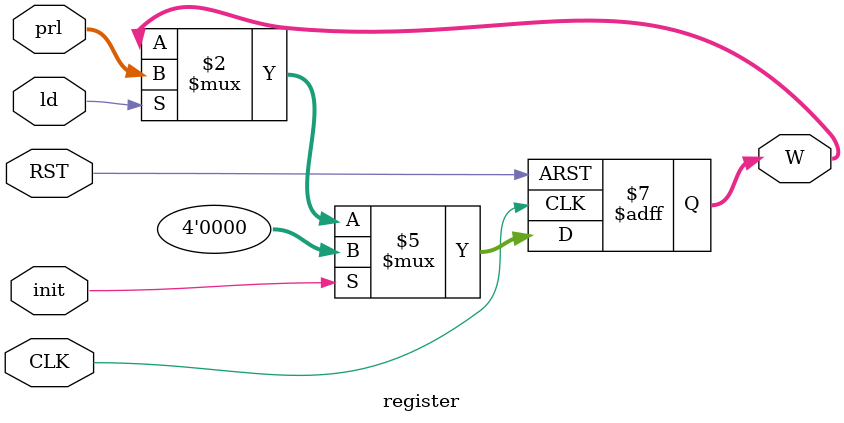
<source format=v>
module register(prl, CLK, RST, ld, init, W);
    parameter N = 4;
    
    input [N - 1:0] prl;
    input CLK, RST, ld, init; 
    output [N - 1:0] W;
    reg W;

    always @(posedge CLK or posedge RST) begin 
        if (RST) W <= {N{1'b0}};
        else if (init) W <= {N{1'b0}};
        else if (ld) W <= prl;
    end
endmodule
    
</source>
